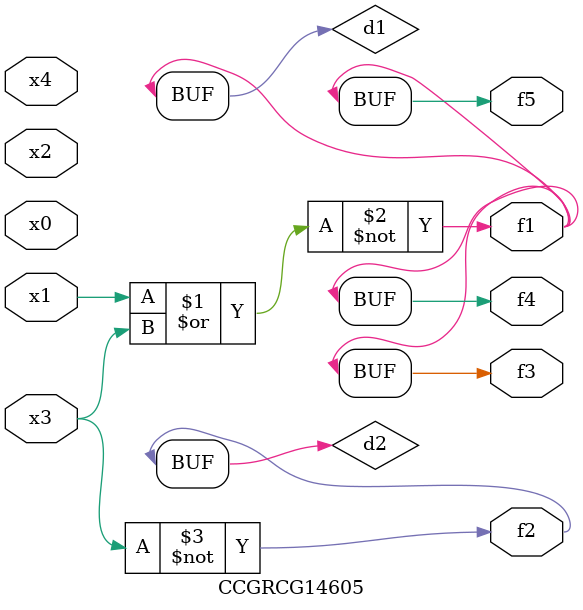
<source format=v>
module CCGRCG14605(
	input x0, x1, x2, x3, x4,
	output f1, f2, f3, f4, f5
);

	wire d1, d2;

	nor (d1, x1, x3);
	not (d2, x3);
	assign f1 = d1;
	assign f2 = d2;
	assign f3 = d1;
	assign f4 = d1;
	assign f5 = d1;
endmodule

</source>
